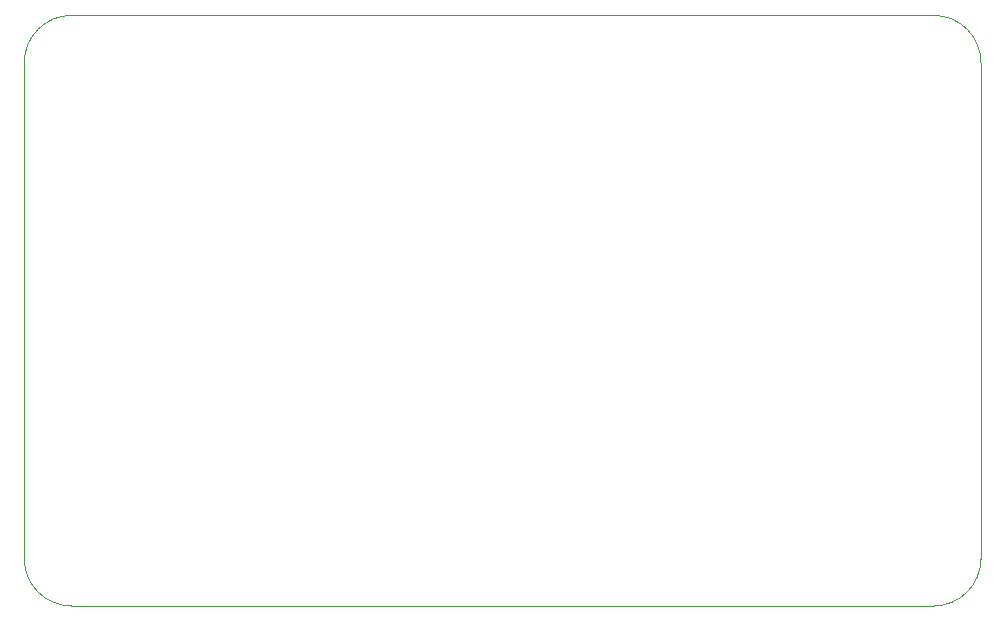
<source format=gm1>
G04 #@! TF.GenerationSoftware,KiCad,Pcbnew,5.99.0-unknown-a5c7d45~86~ubuntu18.04.1*
G04 #@! TF.CreationDate,2020-01-09T21:59:45+01:00*
G04 #@! TF.ProjectId,v1,76312e6b-6963-4616-945f-706362585858,rev?*
G04 #@! TF.SameCoordinates,Original*
G04 #@! TF.FileFunction,Profile,NP*
%FSLAX46Y46*%
G04 Gerber Fmt 4.6, Leading zero omitted, Abs format (unit mm)*
G04 Created by KiCad (PCBNEW 5.99.0-unknown-a5c7d45~86~ubuntu18.04.1) date 2020-01-09 21:59:45*
%MOMM*%
%LPD*%
G04 APERTURE LIST*
%ADD10C,0.050000*%
G04 APERTURE END LIST*
D10*
X134000000Y-73000000D02*
G75*
G02*
X138000000Y-69000000I4000000J0D01*
G01*
X134000000Y-115000000D02*
X134000000Y-73000000D01*
X138000000Y-119000000D02*
G75*
G02*
X134000000Y-115000000I0J4000000D01*
G01*
X211000000Y-119000000D02*
X138000000Y-119000000D01*
X215000000Y-115000000D02*
G75*
G02*
X211000000Y-119000000I-4000000J0D01*
G01*
X215000000Y-73000000D02*
X215000000Y-115000000D01*
X211000000Y-69000000D02*
G75*
G02*
X215000000Y-73000000I0J-4000000D01*
G01*
X138000000Y-69000000D02*
X211000000Y-69000000D01*
M02*

</source>
